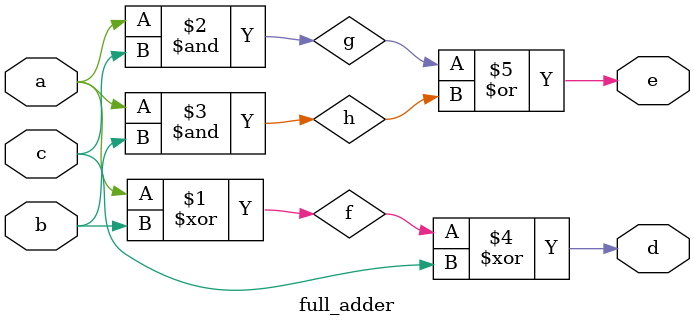
<source format=sv>
module full_adder (

    input a,
    input b,
    input c,
    output d,
    output e
    
);

    wire f;
    wire g;
    wire h;
    assign f = a^b;  // xor
    assign g = a&c;  // and
    assign h = a&b;  // and

    assign d = f^c;  //xor
    assign e = g|h;  // or

endmodule
</source>
